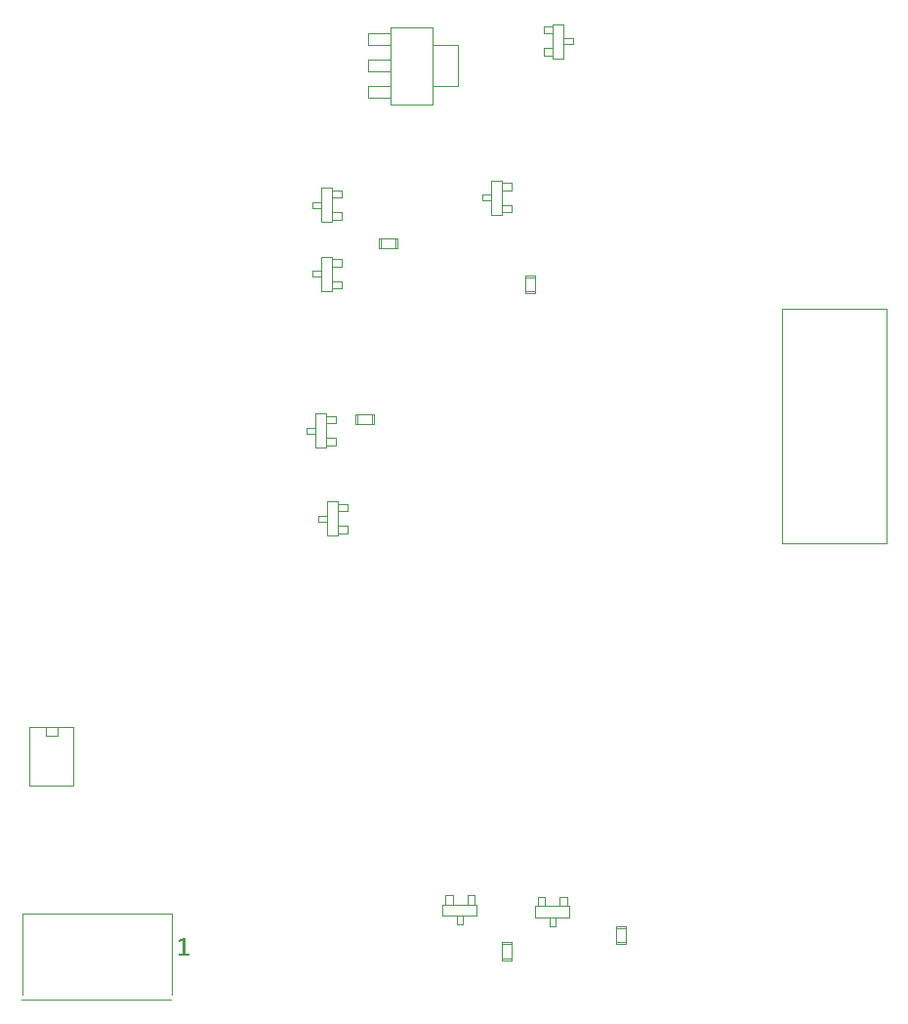
<source format=gm1>
G04*
G04 #@! TF.GenerationSoftware,Altium Limited,Altium Designer,21.0.8 (223)*
G04*
G04 Layer_Color=16711935*
%FSLAX25Y25*%
%MOIN*%
G70*
G04*
G04 #@! TF.SameCoordinates,7AAE0E32-72D2-4A0B-9A69-79E54AD05685*
G04*
G04*
G04 #@! TF.FilePolarity,Positive*
G04*
G01*
G75*
%ADD16C,0.00050*%
%ADD107C,0.00100*%
%ADD108C,0.00051*%
G36*
X113031Y24637D02*
X113091Y24632D01*
X113102D01*
X113135Y24626D01*
X113173Y24615D01*
X113206Y24604D01*
X113211Y24599D01*
X113228Y24593D01*
X113250Y24577D01*
X113266Y24561D01*
X113271Y24555D01*
X113277Y24544D01*
X113282Y24528D01*
Y24506D01*
Y19150D01*
X114402D01*
X114423Y19139D01*
X114451Y19128D01*
X114456Y19122D01*
X114473Y19112D01*
X114489Y19090D01*
X114505Y19062D01*
X114511Y19057D01*
X114516Y19035D01*
X114527Y19002D01*
X114538Y18964D01*
X114543Y18953D01*
X114549Y18926D01*
X114555Y18877D01*
Y18817D01*
Y18811D01*
Y18800D01*
Y18784D01*
Y18767D01*
X114549Y18713D01*
X114538Y18664D01*
Y18653D01*
X114527Y18631D01*
X114516Y18598D01*
X114500Y18565D01*
X114494Y18560D01*
X114483Y18549D01*
X114467Y18533D01*
X114445Y18516D01*
X114440D01*
X114423Y18511D01*
X114402Y18506D01*
X114380Y18500D01*
X111175D01*
X111153Y18506D01*
X111131Y18516D01*
X111126Y18522D01*
X111115Y18527D01*
X111098Y18544D01*
X111076Y18565D01*
X111071Y18571D01*
X111065Y18593D01*
X111049Y18626D01*
X111038Y18664D01*
Y18669D01*
Y18675D01*
X111033Y18708D01*
X111027Y18757D01*
Y18817D01*
Y18822D01*
Y18833D01*
Y18849D01*
Y18866D01*
X111033Y18915D01*
X111038Y18964D01*
Y18970D01*
X111044Y18975D01*
X111049Y18997D01*
X111060Y19030D01*
X111071Y19062D01*
X111076Y19068D01*
X111087Y19090D01*
X111104Y19106D01*
X111126Y19128D01*
X111131Y19133D01*
X111147Y19139D01*
X111169Y19144D01*
X111197Y19150D01*
X112469D01*
Y23791D01*
X111284Y23086D01*
X111278D01*
X111267Y23081D01*
X111235Y23059D01*
X111186Y23043D01*
X111142Y23026D01*
X111109D01*
X111082Y23032D01*
X111055Y23048D01*
X111049Y23054D01*
X111038Y23076D01*
X111022Y23108D01*
X111011Y23152D01*
Y23157D01*
Y23163D01*
X111005Y23179D01*
Y23201D01*
X111000Y23256D01*
Y23327D01*
Y23332D01*
Y23343D01*
Y23376D01*
Y23419D01*
X111005Y23463D01*
Y23469D01*
Y23474D01*
X111011Y23496D01*
X111016Y23529D01*
X111022Y23561D01*
X111027Y23567D01*
X111033Y23583D01*
X111065Y23627D01*
X111071Y23632D01*
X111087Y23643D01*
X111109Y23660D01*
X111136Y23682D01*
X112540Y24582D01*
X112545Y24588D01*
X112556Y24593D01*
X112589Y24604D01*
X112594D01*
X112611Y24610D01*
X112633Y24621D01*
X112660Y24626D01*
X112665D01*
X112687Y24632D01*
X112720Y24637D01*
X112769D01*
X112796Y24643D01*
X112966D01*
X113031Y24637D01*
D02*
G37*
D16*
X212807Y32032D02*
Y35969D01*
X201095D02*
X212807D01*
X201095Y32032D02*
X212807D01*
X201095D02*
Y35969D01*
X208000Y29000D02*
Y32000D01*
X206000Y29000D02*
Y32000D01*
Y29000D02*
X208000D01*
X209500Y36000D02*
Y39000D01*
X212000D01*
Y36000D02*
Y39000D01*
X204500Y36000D02*
Y39000D01*
X202000D02*
X204500D01*
X202000Y36000D02*
Y39000D01*
X197750Y309060D02*
Y335200D01*
X183250D02*
X197750D01*
X183250Y308800D02*
Y335200D01*
Y308800D02*
X197750D01*
Y309560D01*
Y315060D02*
X206250D01*
Y329060D01*
X197750D02*
X206250D01*
X175750D02*
X183250D01*
X175750D02*
Y333060D01*
X183250D01*
X175750Y324060D02*
X183250D01*
X175750Y320060D02*
Y324060D01*
Y320060D02*
X183250D01*
X175750Y315060D02*
X183250D01*
X175750Y311060D02*
Y315060D01*
Y311060D02*
X183250D01*
X221420Y22390D02*
X224590D01*
X221390Y17650D02*
X224590D01*
X221420Y16850D02*
Y23150D01*
Y16850D02*
X224580D01*
X221420Y23150D02*
X224574D01*
X224580Y23144D01*
Y16850D02*
Y23144D01*
X217531Y271193D02*
X221468D01*
Y282906D01*
X217531Y271193D02*
Y282906D01*
X221468D01*
X214500Y276000D02*
X217500D01*
X214500Y278000D02*
X217500D01*
X214500Y276000D02*
Y278000D01*
X221500Y274500D02*
X224500D01*
Y272000D02*
Y274500D01*
X221500Y272000D02*
X224500D01*
X221500Y279500D02*
X224500D01*
Y282000D01*
X221500D02*
X224500D01*
X184890Y259910D02*
Y263080D01*
X180150Y259910D02*
Y263110D01*
X179350Y263080D02*
X185650D01*
X179350Y259920D02*
Y263080D01*
X185650Y259926D02*
Y263080D01*
X185644Y259920D02*
X185650Y259926D01*
X179350Y259920D02*
X185644D01*
X159531Y268693D02*
X163469D01*
Y280405D01*
X159531Y268693D02*
Y280405D01*
X163469D01*
X156500Y273500D02*
X159500D01*
X156500Y275500D02*
X159500D01*
X156500Y273500D02*
Y275500D01*
X163500Y272000D02*
X166500D01*
Y269500D02*
Y272000D01*
X163500Y269500D02*
X166500D01*
X163500Y277000D02*
X166500D01*
Y279500D01*
X163500D02*
X166500D01*
X172110Y199920D02*
Y203090D01*
X176850Y199890D02*
Y203090D01*
X171350Y199920D02*
X177650D01*
Y203080D01*
X171350Y199920D02*
Y203075D01*
X171355Y203080D01*
X177650D01*
X157531Y191693D02*
X161469D01*
Y203405D01*
X157531Y191693D02*
Y203405D01*
X161469D01*
X154500Y196500D02*
X157500D01*
X154500Y198500D02*
X157500D01*
X154500Y196500D02*
Y198500D01*
X161500Y195000D02*
X164500D01*
Y192500D02*
Y195000D01*
X161500Y192500D02*
X164500D01*
X161500Y200000D02*
X164500D01*
Y202500D01*
X161500D02*
X164500D01*
X229410Y245110D02*
X232580D01*
X229410Y249850D02*
X232610D01*
X232580Y244350D02*
Y250650D01*
X229420D02*
X232580D01*
X229426Y244350D02*
X232580D01*
X229420Y244356D02*
X229426Y244350D01*
X229420Y244356D02*
Y250650D01*
X238531Y336307D02*
X242469D01*
X238531Y324594D02*
Y336307D01*
X242469Y324594D02*
Y336307D01*
X238531Y324594D02*
X242469D01*
X242500Y331500D02*
X245500D01*
X242500Y329500D02*
X245500D01*
Y331500D01*
X235500Y333000D02*
X238500D01*
X235500D02*
Y335500D01*
X238500D01*
X235500Y328000D02*
X238500D01*
X235500Y325500D02*
Y328000D01*
Y325500D02*
X238500D01*
X260420Y27890D02*
X263590D01*
X260390Y23150D02*
X263590D01*
X260420Y22350D02*
Y28650D01*
Y22350D02*
X263580D01*
X260420Y28650D02*
X263575D01*
X263580Y28644D01*
Y22350D02*
Y28644D01*
X159531Y245193D02*
X163469D01*
Y256906D01*
X159531Y245193D02*
Y256906D01*
X163469D01*
X156500Y250000D02*
X159500D01*
X156500Y252000D02*
X159500D01*
X156500Y250000D02*
Y252000D01*
X163500Y248500D02*
X166500D01*
Y246000D02*
Y248500D01*
X163500Y246000D02*
X166500D01*
X163500Y253500D02*
X166500D01*
Y256000D01*
X163500D02*
X166500D01*
X161531Y161693D02*
X165469D01*
Y173406D01*
X161531Y161693D02*
Y173406D01*
X165469D01*
X158500Y166500D02*
X161500D01*
X158500Y168500D02*
X161500D01*
X158500Y166500D02*
Y168500D01*
X165500Y165000D02*
X168500D01*
Y162500D02*
Y165000D01*
X165500Y162500D02*
X168500D01*
X165500Y170000D02*
X168500D01*
Y172500D01*
X165500D02*
X168500D01*
X244307Y31532D02*
Y35469D01*
X232594D02*
X244307D01*
X232594Y31532D02*
X244307D01*
X232594D02*
Y35469D01*
X239500Y28500D02*
Y31500D01*
X237500Y28500D02*
Y31500D01*
Y28500D02*
X239500D01*
X241000Y35500D02*
Y38500D01*
X243500D01*
Y35500D02*
Y38500D01*
X236000Y35500D02*
Y38500D01*
X233500D02*
X236000D01*
X233500Y35500D02*
Y38500D01*
D107*
X60000Y96500D02*
X75000D01*
X60000Y76500D02*
Y96500D01*
Y76500D02*
X75000D01*
Y96500D01*
X69495Y93500D02*
Y96500D01*
X65495Y93500D02*
X69495D01*
X65495D02*
Y96500D01*
D108*
X57400Y3500D02*
X108400D01*
X57500Y32900D02*
X108500D01*
X57500Y5000D02*
Y32900D01*
X108500Y5000D02*
Y32900D01*
X317100Y159000D02*
Y239000D01*
X352600Y159000D02*
Y224000D01*
Y239000D01*
X317100D02*
X352600D01*
X317100Y159000D02*
X352600D01*
M02*

</source>
